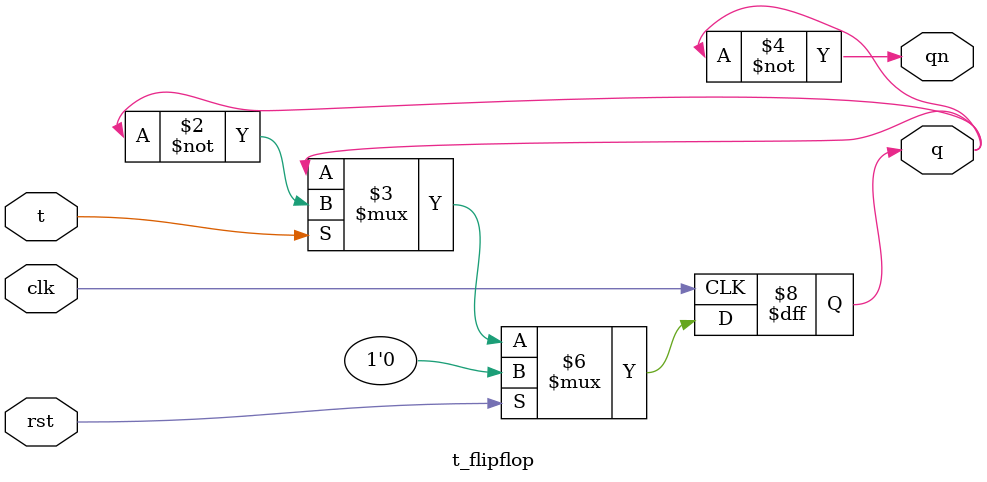
<source format=v>
module t_flipflop(
  input t,clk,rst,
  output reg q,qn);
  always@(posedge clk) begin
    if (rst) 
      q <= 0;
    else begin
      q <= t?~q:q;
  end
  end
  assign qn = ~q;
endmodule

</source>
